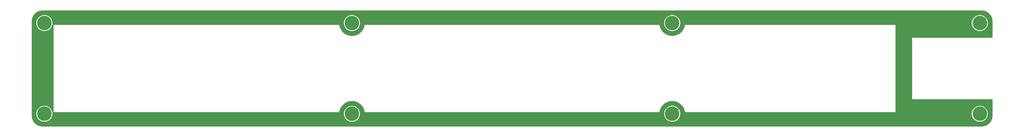
<source format=gbr>
%TF.GenerationSoftware,KiCad,Pcbnew,7.0.2-0*%
%TF.CreationDate,2023-05-18T01:15:54+02:00*%
%TF.ProjectId,LD,4c442e6b-6963-4616-945f-706362585858,rev?*%
%TF.SameCoordinates,PXfd9f08PY7735940*%
%TF.FileFunction,Copper,L1,Top*%
%TF.FilePolarity,Positive*%
%FSLAX46Y46*%
G04 Gerber Fmt 4.6, Leading zero omitted, Abs format (unit mm)*
G04 Created by KiCad (PCBNEW 7.0.2-0) date 2023-05-18 01:15:54*
%MOMM*%
%LPD*%
G01*
G04 APERTURE LIST*
%TA.AperFunction,ComponentPad*%
%ADD10C,4.000000*%
%TD*%
G04 APERTURE END LIST*
D10*
%TO.P,REF\u002A\u002A,*%
%TO.N,*%
X3500000Y28500000D03*
X3500000Y3500000D03*
X88000000Y28500000D03*
X88000000Y3500000D03*
X176000000Y28500000D03*
X176000000Y3528700D03*
X260500000Y28500000D03*
X260500000Y3500000D03*
%TD*%
%TA.AperFunction,NonConductor*%
G36*
X261001926Y31999400D02*
G01*
X261133863Y31992484D01*
X261316396Y31982232D01*
X261323803Y31981440D01*
X261475994Y31957334D01*
X261637583Y31929878D01*
X261644309Y31928409D01*
X261797007Y31887493D01*
X261951171Y31843078D01*
X261957173Y31841065D01*
X262105567Y31784102D01*
X262107300Y31783410D01*
X262253477Y31722861D01*
X262258731Y31720440D01*
X262343722Y31677134D01*
X262401031Y31647933D01*
X262403230Y31646766D01*
X262540974Y31570638D01*
X262545483Y31567932D01*
X262679810Y31480698D01*
X262682328Y31478988D01*
X262810284Y31388197D01*
X262814032Y31385355D01*
X262938716Y31284388D01*
X262941456Y31282056D01*
X263058275Y31177660D01*
X263061291Y31174809D01*
X263174816Y31061283D01*
X263177667Y31058267D01*
X263282024Y30941492D01*
X263284356Y30938751D01*
X263385383Y30813992D01*
X263388225Y30810245D01*
X263478901Y30682450D01*
X263480612Y30679931D01*
X263567987Y30545385D01*
X263570691Y30540877D01*
X263646622Y30403491D01*
X263647791Y30401291D01*
X263720479Y30258630D01*
X263722911Y30253354D01*
X263783234Y30107722D01*
X263783952Y30105922D01*
X263841098Y29957051D01*
X263843121Y29951018D01*
X263887291Y29797701D01*
X263928433Y29644159D01*
X263929907Y29637408D01*
X263957103Y29477348D01*
X263981446Y29323649D01*
X263982241Y29316224D01*
X263992216Y29138607D01*
X263999399Y29001530D01*
X263999500Y28997689D01*
X263999500Y24524500D01*
X263982187Y24476934D01*
X263938350Y24451624D01*
X263925500Y24450500D01*
X241914816Y24450500D01*
X241914610Y24450541D01*
X241900000Y24450541D01*
X241899901Y24450500D01*
X241899617Y24450384D01*
X241899458Y24450000D01*
X241899468Y24435339D01*
X241899500Y24435184D01*
X241899500Y7564682D01*
X241899433Y7564344D01*
X241899459Y7550000D01*
X241899500Y7549901D01*
X241899616Y7549618D01*
X241899617Y7549617D01*
X241900000Y7549459D01*
X241914660Y7549469D01*
X241914817Y7549500D01*
X263925500Y7549500D01*
X263973066Y7532187D01*
X263998376Y7488350D01*
X263999500Y7475500D01*
X263999500Y3001947D01*
X263999399Y2998074D01*
X263992509Y2866624D01*
X263982230Y2683591D01*
X263981435Y2676165D01*
X263957398Y2524392D01*
X263929872Y2362386D01*
X263928397Y2355632D01*
X263887589Y2203332D01*
X263843057Y2048759D01*
X263841036Y2042732D01*
X263784241Y1894777D01*
X263783523Y1892977D01*
X263722815Y1746416D01*
X263720383Y1741140D01*
X263648085Y1599246D01*
X263646917Y1597046D01*
X263570551Y1458871D01*
X263567846Y1454363D01*
X263480892Y1320465D01*
X263479181Y1317946D01*
X263388042Y1189499D01*
X263385200Y1185752D01*
X263284635Y1061562D01*
X263282303Y1058821D01*
X263177424Y941462D01*
X263174573Y938446D01*
X263061565Y825437D01*
X263058548Y822585D01*
X262941141Y717665D01*
X262938402Y715334D01*
X262814292Y614831D01*
X262810544Y611989D01*
X262681936Y520735D01*
X262679417Y519024D01*
X262545723Y432202D01*
X262541215Y429497D01*
X262402718Y352953D01*
X262400519Y351786D01*
X262258978Y279666D01*
X262253701Y277233D01*
X262106622Y216311D01*
X262104823Y215593D01*
X261957411Y159006D01*
X261951377Y156983D01*
X261795943Y112202D01*
X261644533Y71631D01*
X261637782Y70157D01*
X261474144Y42353D01*
X261324012Y18575D01*
X261316587Y17780D01*
X261128289Y7205D01*
X261002304Y601D01*
X260998431Y500D01*
X3001946Y500D01*
X2998073Y601D01*
X2866617Y7491D01*
X2683589Y17770D01*
X2676163Y18565D01*
X2524369Y42606D01*
X2362395Y70126D01*
X2355639Y71601D01*
X2203297Y112421D01*
X2048769Y156941D01*
X2042742Y158962D01*
X1894724Y215780D01*
X1892925Y216498D01*
X1746432Y277177D01*
X1741154Y279610D01*
X1599197Y351942D01*
X1596998Y353109D01*
X1458907Y429428D01*
X1454399Y432133D01*
X1320396Y519156D01*
X1317877Y520867D01*
X1189560Y611914D01*
X1185812Y614756D01*
X1061488Y715431D01*
X1058748Y717762D01*
X941531Y822513D01*
X938515Y825365D01*
X825363Y938517D01*
X822511Y941533D01*
X717760Y1058750D01*
X715429Y1061490D01*
X614754Y1185814D01*
X611912Y1189562D01*
X537144Y1294936D01*
X520858Y1317889D01*
X519154Y1320398D01*
X432122Y1454416D01*
X429436Y1458892D01*
X353107Y1597000D01*
X351940Y1599199D01*
X325221Y1651636D01*
X279602Y1741168D01*
X277180Y1746422D01*
X216476Y1892977D01*
X215778Y1894726D01*
X215758Y1894777D01*
X158959Y2042745D01*
X156938Y2048774D01*
X112411Y2203332D01*
X71596Y2355654D01*
X70132Y2362356D01*
X42611Y2524334D01*
X18561Y2676178D01*
X17769Y2683573D01*
X7503Y2866372D01*
X601Y2998074D01*
X500Y3001946D01*
X500Y3500000D01*
X1294778Y3500000D01*
X1313644Y3212161D01*
X1369919Y2929247D01*
X1370693Y2926965D01*
X1370695Y2926960D01*
X1453308Y2683591D01*
X1462641Y2656098D01*
X1463710Y2653930D01*
X1463711Y2653928D01*
X1589150Y2399561D01*
X1589156Y2399551D01*
X1590222Y2397389D01*
X1591566Y2395377D01*
X1591567Y2395376D01*
X1749137Y2159555D01*
X1749141Y2159549D01*
X1750480Y2157546D01*
X1752067Y2155736D01*
X1752072Y2155730D01*
X1851169Y2042732D01*
X1940673Y1940673D01*
X1942493Y1939077D01*
X2155729Y1752073D01*
X2155733Y1752070D01*
X2157546Y1750480D01*
X2397389Y1590222D01*
X2399555Y1589154D01*
X2399560Y1589151D01*
X2526743Y1526432D01*
X2656098Y1462641D01*
X2929247Y1369919D01*
X3212161Y1313644D01*
X3500000Y1294778D01*
X3787839Y1313644D01*
X4070753Y1369919D01*
X4343902Y1462641D01*
X4602611Y1590222D01*
X4842454Y1750480D01*
X5059327Y1940673D01*
X5249520Y2157546D01*
X5409778Y2397389D01*
X5537359Y2656098D01*
X5630081Y2929247D01*
X5686356Y3212161D01*
X5705222Y3500000D01*
X85794778Y3500000D01*
X85813644Y3212161D01*
X85869919Y2929247D01*
X85870693Y2926965D01*
X85870695Y2926960D01*
X85953308Y2683591D01*
X85962641Y2656098D01*
X85963710Y2653930D01*
X85963711Y2653928D01*
X86089150Y2399561D01*
X86089156Y2399551D01*
X86090222Y2397389D01*
X86091566Y2395377D01*
X86091567Y2395376D01*
X86249137Y2159555D01*
X86249141Y2159549D01*
X86250480Y2157546D01*
X86252067Y2155736D01*
X86252072Y2155730D01*
X86351169Y2042732D01*
X86440673Y1940673D01*
X86442493Y1939077D01*
X86655729Y1752073D01*
X86655733Y1752070D01*
X86657546Y1750480D01*
X86897389Y1590222D01*
X86899555Y1589154D01*
X86899560Y1589151D01*
X87026743Y1526432D01*
X87156098Y1462641D01*
X87429247Y1369919D01*
X87712161Y1313644D01*
X88000000Y1294778D01*
X88287839Y1313644D01*
X88570753Y1369919D01*
X88843902Y1462641D01*
X89102611Y1590222D01*
X89342454Y1750480D01*
X89559327Y1940673D01*
X89749520Y2157546D01*
X89909778Y2397389D01*
X90037359Y2656098D01*
X90130081Y2929247D01*
X90186356Y3212161D01*
X90205222Y3500000D01*
X90203341Y3528700D01*
X173794778Y3528700D01*
X173813644Y3240861D01*
X173869919Y2957947D01*
X173870693Y2955665D01*
X173870695Y2955660D01*
X173900919Y2866624D01*
X173962641Y2684798D01*
X173963710Y2682630D01*
X173963711Y2682628D01*
X174089150Y2428261D01*
X174089156Y2428251D01*
X174090222Y2426089D01*
X174091566Y2424077D01*
X174091567Y2424076D01*
X174249137Y2188255D01*
X174249141Y2188249D01*
X174250480Y2186246D01*
X174252067Y2184436D01*
X174252072Y2184430D01*
X174371040Y2048774D01*
X174440673Y1969373D01*
X174442493Y1967777D01*
X174655729Y1780773D01*
X174655733Y1780770D01*
X174657546Y1779180D01*
X174659551Y1777841D01*
X174659554Y1777838D01*
X174702507Y1749138D01*
X174897389Y1618922D01*
X174899555Y1617854D01*
X174899560Y1617851D01*
X175026743Y1555132D01*
X175156098Y1491341D01*
X175429247Y1398619D01*
X175712161Y1342344D01*
X176000000Y1323478D01*
X176287839Y1342344D01*
X176570753Y1398619D01*
X176843902Y1491341D01*
X177102611Y1618922D01*
X177342454Y1779180D01*
X177559327Y1969373D01*
X177749520Y2186246D01*
X177909778Y2426089D01*
X178037359Y2684798D01*
X178130081Y2957947D01*
X178186356Y3240861D01*
X178203341Y3500000D01*
X258294778Y3500000D01*
X258313644Y3212161D01*
X258369919Y2929247D01*
X258370693Y2926965D01*
X258370695Y2926960D01*
X258453308Y2683591D01*
X258462641Y2656098D01*
X258463710Y2653930D01*
X258463711Y2653928D01*
X258589150Y2399561D01*
X258589156Y2399551D01*
X258590222Y2397389D01*
X258591566Y2395377D01*
X258591567Y2395376D01*
X258749137Y2159555D01*
X258749141Y2159549D01*
X258750480Y2157546D01*
X258752067Y2155736D01*
X258752072Y2155730D01*
X258851169Y2042732D01*
X258940673Y1940673D01*
X258942493Y1939077D01*
X259155729Y1752073D01*
X259155733Y1752070D01*
X259157546Y1750480D01*
X259397389Y1590222D01*
X259399555Y1589154D01*
X259399560Y1589151D01*
X259526743Y1526432D01*
X259656098Y1462641D01*
X259929247Y1369919D01*
X260212161Y1313644D01*
X260500000Y1294778D01*
X260787839Y1313644D01*
X261070753Y1369919D01*
X261343902Y1462641D01*
X261602611Y1590222D01*
X261842454Y1750480D01*
X262059327Y1940673D01*
X262249520Y2157546D01*
X262409778Y2397389D01*
X262537359Y2656098D01*
X262630081Y2929247D01*
X262686356Y3212161D01*
X262705222Y3500000D01*
X262686356Y3787839D01*
X262630081Y4070753D01*
X262537359Y4343902D01*
X262473568Y4473257D01*
X262410849Y4600440D01*
X262410846Y4600445D01*
X262409778Y4602611D01*
X262249520Y4842454D01*
X262222757Y4872971D01*
X262060923Y5057507D01*
X262059327Y5059327D01*
X262024780Y5089624D01*
X261844270Y5247928D01*
X261844264Y5247933D01*
X261842454Y5249520D01*
X261840451Y5250859D01*
X261840445Y5250863D01*
X261604624Y5408433D01*
X261604623Y5408434D01*
X261602611Y5409778D01*
X261600449Y5410844D01*
X261600439Y5410850D01*
X261346072Y5536289D01*
X261346070Y5536290D01*
X261343902Y5537359D01*
X261341615Y5538136D01*
X261341611Y5538137D01*
X261073040Y5629305D01*
X261073035Y5629307D01*
X261070753Y5630081D01*
X260992779Y5645591D01*
X260790208Y5685885D01*
X260790204Y5685886D01*
X260787839Y5686356D01*
X260785435Y5686514D01*
X260785432Y5686514D01*
X260502411Y5705064D01*
X260500000Y5705222D01*
X260497589Y5705064D01*
X260214567Y5686514D01*
X260214562Y5686514D01*
X260212161Y5686356D01*
X260209797Y5685886D01*
X260209791Y5685885D01*
X259931619Y5630553D01*
X259931616Y5630553D01*
X259929247Y5630081D01*
X259926968Y5629308D01*
X259926959Y5629305D01*
X259658388Y5538137D01*
X259658379Y5538134D01*
X259656098Y5537359D01*
X259653934Y5536293D01*
X259653927Y5536289D01*
X259399560Y5410850D01*
X259399543Y5410841D01*
X259397389Y5409778D01*
X259395382Y5408438D01*
X259395375Y5408433D01*
X259159554Y5250863D01*
X259159540Y5250853D01*
X259157546Y5249520D01*
X259155742Y5247939D01*
X259155729Y5247928D01*
X258942493Y5060924D01*
X258942485Y5060917D01*
X258940673Y5059327D01*
X258939083Y5057515D01*
X258939076Y5057507D01*
X258752072Y4844271D01*
X258752061Y4844258D01*
X258750480Y4842454D01*
X258749147Y4840460D01*
X258749137Y4840446D01*
X258591567Y4604625D01*
X258591562Y4604618D01*
X258590222Y4602611D01*
X258589159Y4600457D01*
X258589150Y4600440D01*
X258463711Y4346073D01*
X258463707Y4346066D01*
X258462641Y4343902D01*
X258461866Y4341621D01*
X258461863Y4341612D01*
X258370695Y4073041D01*
X258370692Y4073032D01*
X258369919Y4070753D01*
X258369447Y4068384D01*
X258369447Y4068381D01*
X258319353Y3816539D01*
X258313644Y3787839D01*
X258294778Y3500000D01*
X178203341Y3500000D01*
X178205222Y3528700D01*
X178186356Y3816539D01*
X178130081Y4099453D01*
X178037359Y4372602D01*
X177960053Y4529364D01*
X177910849Y4629140D01*
X177910846Y4629145D01*
X177909778Y4631311D01*
X177830868Y4749407D01*
X177750862Y4869146D01*
X177750859Y4869149D01*
X177749520Y4871154D01*
X177728183Y4895484D01*
X177560923Y5086207D01*
X177559327Y5088027D01*
X177408253Y5220516D01*
X177344270Y5276628D01*
X177344264Y5276633D01*
X177342454Y5278220D01*
X177340451Y5279559D01*
X177340445Y5279563D01*
X177104624Y5437133D01*
X177104623Y5437134D01*
X177102611Y5438478D01*
X177100449Y5439544D01*
X177100439Y5439550D01*
X176846072Y5564989D01*
X176846070Y5564990D01*
X176843902Y5566059D01*
X176841615Y5566836D01*
X176841611Y5566837D01*
X176573040Y5658005D01*
X176573035Y5658007D01*
X176570753Y5658781D01*
X176431330Y5686514D01*
X176290208Y5714585D01*
X176290204Y5714586D01*
X176287839Y5715056D01*
X176285435Y5715214D01*
X176285432Y5715214D01*
X176002411Y5733764D01*
X176000000Y5733922D01*
X175997589Y5733764D01*
X175714567Y5715214D01*
X175714562Y5715214D01*
X175712161Y5715056D01*
X175709797Y5714586D01*
X175709791Y5714585D01*
X175431619Y5659253D01*
X175431616Y5659253D01*
X175429247Y5658781D01*
X175426968Y5658008D01*
X175426959Y5658005D01*
X175158388Y5566837D01*
X175158379Y5566834D01*
X175156098Y5566059D01*
X175153934Y5564993D01*
X175153927Y5564989D01*
X174899560Y5439550D01*
X174899543Y5439541D01*
X174897389Y5438478D01*
X174895382Y5437138D01*
X174895375Y5437133D01*
X174659554Y5279563D01*
X174659540Y5279553D01*
X174657546Y5278220D01*
X174655742Y5276639D01*
X174655729Y5276628D01*
X174442493Y5089624D01*
X174442485Y5089617D01*
X174440673Y5088027D01*
X174439083Y5086215D01*
X174439076Y5086207D01*
X174252072Y4872971D01*
X174252061Y4872958D01*
X174250480Y4871154D01*
X174249147Y4869160D01*
X174249137Y4869146D01*
X174091567Y4633325D01*
X174091562Y4633318D01*
X174090222Y4631311D01*
X174089159Y4629157D01*
X174089150Y4629140D01*
X173963711Y4374773D01*
X173963707Y4374766D01*
X173962641Y4372602D01*
X173961866Y4370321D01*
X173961863Y4370312D01*
X173870695Y4101741D01*
X173870692Y4101732D01*
X173869919Y4099453D01*
X173869447Y4097084D01*
X173869447Y4097081D01*
X173849962Y3999121D01*
X173813644Y3816539D01*
X173794778Y3528700D01*
X90203341Y3528700D01*
X90186356Y3787839D01*
X90130081Y4070753D01*
X90037359Y4343902D01*
X89973568Y4473257D01*
X89910849Y4600440D01*
X89910846Y4600445D01*
X89909778Y4602611D01*
X89749520Y4842454D01*
X89722757Y4872971D01*
X89560923Y5057507D01*
X89559327Y5059327D01*
X89524780Y5089624D01*
X89344270Y5247928D01*
X89344264Y5247933D01*
X89342454Y5249520D01*
X89340451Y5250859D01*
X89340445Y5250863D01*
X89104624Y5408433D01*
X89104623Y5408434D01*
X89102611Y5409778D01*
X89100449Y5410844D01*
X89100439Y5410850D01*
X88846072Y5536289D01*
X88846070Y5536290D01*
X88843902Y5537359D01*
X88841615Y5538136D01*
X88841611Y5538137D01*
X88573040Y5629305D01*
X88573035Y5629307D01*
X88570753Y5630081D01*
X88492779Y5645591D01*
X88290208Y5685885D01*
X88290204Y5685886D01*
X88287839Y5686356D01*
X88285435Y5686514D01*
X88285432Y5686514D01*
X88002411Y5705064D01*
X88000000Y5705222D01*
X87997589Y5705064D01*
X87714567Y5686514D01*
X87714562Y5686514D01*
X87712161Y5686356D01*
X87709797Y5685886D01*
X87709791Y5685885D01*
X87431619Y5630553D01*
X87431616Y5630553D01*
X87429247Y5630081D01*
X87426968Y5629308D01*
X87426959Y5629305D01*
X87158388Y5538137D01*
X87158379Y5538134D01*
X87156098Y5537359D01*
X87153934Y5536293D01*
X87153927Y5536289D01*
X86899560Y5410850D01*
X86899543Y5410841D01*
X86897389Y5409778D01*
X86895382Y5408438D01*
X86895375Y5408433D01*
X86659554Y5250863D01*
X86659540Y5250853D01*
X86657546Y5249520D01*
X86655742Y5247939D01*
X86655729Y5247928D01*
X86442493Y5060924D01*
X86442485Y5060917D01*
X86440673Y5059327D01*
X86439083Y5057515D01*
X86439076Y5057507D01*
X86252072Y4844271D01*
X86252061Y4844258D01*
X86250480Y4842454D01*
X86249147Y4840460D01*
X86249137Y4840446D01*
X86091567Y4604625D01*
X86091562Y4604618D01*
X86090222Y4602611D01*
X86089159Y4600457D01*
X86089150Y4600440D01*
X85963711Y4346073D01*
X85963707Y4346066D01*
X85962641Y4343902D01*
X85961866Y4341621D01*
X85961863Y4341612D01*
X85870695Y4073041D01*
X85870692Y4073032D01*
X85869919Y4070753D01*
X85869447Y4068384D01*
X85869447Y4068381D01*
X85819353Y3816539D01*
X85813644Y3787839D01*
X85794778Y3500000D01*
X5705222Y3500000D01*
X5686356Y3787839D01*
X5641301Y4014344D01*
X5999433Y4014344D01*
X5999459Y4000000D01*
X5999500Y3999901D01*
X5999616Y3999618D01*
X5999617Y3999617D01*
X6000000Y3999459D01*
X6014660Y3999469D01*
X6014817Y3999500D01*
X84494681Y3999500D01*
X84500003Y3999121D01*
X84500421Y3999435D01*
X84500424Y3999434D01*
X84500424Y3999437D01*
X84501252Y4000057D01*
X84501941Y4007332D01*
X84551307Y4260023D01*
X84569458Y4352008D01*
X84571237Y4359128D01*
X84632909Y4562090D01*
X84676708Y4703343D01*
X84679129Y4709999D01*
X84756962Y4895614D01*
X84819829Y5041649D01*
X84822793Y5047742D01*
X84916993Y5220534D01*
X84997253Y5363231D01*
X85000688Y5368749D01*
X85110667Y5529095D01*
X85207057Y5664629D01*
X85210881Y5669548D01*
X85335293Y5816284D01*
X85336089Y5817203D01*
X85446976Y5942607D01*
X85451123Y5946928D01*
X85589006Y6079426D01*
X85590165Y6080513D01*
X85714440Y6194194D01*
X85718758Y6197848D01*
X85868885Y6315186D01*
X85870348Y6316296D01*
X86006517Y6416640D01*
X86010933Y6419649D01*
X86171743Y6520772D01*
X86173664Y6521938D01*
X86320055Y6607558D01*
X86324554Y6609982D01*
X86494480Y6694021D01*
X86496674Y6695058D01*
X86651701Y6764917D01*
X86656140Y6766744D01*
X86833456Y6832924D01*
X86836039Y6833831D01*
X86997822Y6887002D01*
X87002175Y6888283D01*
X87185040Y6935983D01*
X87188142Y6936720D01*
X87354690Y6972513D01*
X87358907Y6973291D01*
X87545585Y7002096D01*
X87548928Y7002532D01*
X87718513Y7020548D01*
X87722434Y7020857D01*
X87911014Y7030489D01*
X87914787Y7030584D01*
X88085213Y7030584D01*
X88088985Y7030489D01*
X88277559Y7020857D01*
X88281492Y7020548D01*
X88451061Y7002533D01*
X88454425Y7002094D01*
X88641080Y6973293D01*
X88645321Y6972511D01*
X88744613Y6951172D01*
X88811842Y6936723D01*
X88814971Y6935979D01*
X88853446Y6925943D01*
X88997807Y6888287D01*
X89002194Y6886996D01*
X89163929Y6833841D01*
X89166575Y6832912D01*
X89343837Y6766752D01*
X89348319Y6764908D01*
X89503282Y6695077D01*
X89505564Y6693999D01*
X89675416Y6609996D01*
X89679971Y6607542D01*
X89826280Y6521970D01*
X89828312Y6520737D01*
X89989040Y6419666D01*
X89993507Y6416621D01*
X90129582Y6316347D01*
X90131183Y6315132D01*
X90281210Y6197872D01*
X90285584Y6194172D01*
X90409751Y6080588D01*
X90411055Y6079366D01*
X90548875Y5946928D01*
X90553037Y5942590D01*
X90663804Y5817324D01*
X90664811Y5816161D01*
X90789104Y5669564D01*
X90792965Y5664596D01*
X90889332Y5529095D01*
X90999300Y5368765D01*
X91002763Y5363200D01*
X91083016Y5220516D01*
X91177188Y5047774D01*
X91180184Y5041616D01*
X91243053Y4895576D01*
X91320861Y4710020D01*
X91323297Y4703321D01*
X91367142Y4561918D01*
X91428755Y4359151D01*
X91430547Y4351979D01*
X91448708Y4259941D01*
X91498092Y4007156D01*
X91498785Y4000025D01*
X91499995Y3999121D01*
X91505318Y3999500D01*
X172494681Y3999500D01*
X172500003Y3999121D01*
X172500421Y3999435D01*
X172500424Y3999434D01*
X172500424Y3999437D01*
X172501252Y4000057D01*
X172501941Y4007332D01*
X172551307Y4260023D01*
X172569458Y4352008D01*
X172571237Y4359128D01*
X172632909Y4562090D01*
X172676708Y4703343D01*
X172679129Y4709999D01*
X172756962Y4895614D01*
X172819829Y5041649D01*
X172822793Y5047742D01*
X172916993Y5220534D01*
X172997253Y5363231D01*
X173000688Y5368749D01*
X173110667Y5529095D01*
X173207057Y5664629D01*
X173210881Y5669548D01*
X173335293Y5816284D01*
X173336089Y5817203D01*
X173446976Y5942607D01*
X173451123Y5946928D01*
X173589006Y6079426D01*
X173590165Y6080513D01*
X173714440Y6194194D01*
X173718758Y6197848D01*
X173868885Y6315186D01*
X173870348Y6316296D01*
X174006517Y6416640D01*
X174010933Y6419649D01*
X174171743Y6520772D01*
X174173664Y6521938D01*
X174320055Y6607558D01*
X174324554Y6609982D01*
X174494480Y6694021D01*
X174496674Y6695058D01*
X174651701Y6764917D01*
X174656140Y6766744D01*
X174833456Y6832924D01*
X174836039Y6833831D01*
X174997822Y6887002D01*
X175002175Y6888283D01*
X175185040Y6935983D01*
X175188142Y6936720D01*
X175354690Y6972513D01*
X175358907Y6973291D01*
X175545585Y7002096D01*
X175548928Y7002532D01*
X175718513Y7020548D01*
X175722434Y7020857D01*
X175911014Y7030489D01*
X175914787Y7030584D01*
X176085213Y7030584D01*
X176088985Y7030489D01*
X176277559Y7020857D01*
X176281492Y7020548D01*
X176451061Y7002533D01*
X176454425Y7002094D01*
X176641080Y6973293D01*
X176645321Y6972511D01*
X176744613Y6951172D01*
X176811842Y6936723D01*
X176814971Y6935979D01*
X176853446Y6925943D01*
X176997807Y6888287D01*
X177002194Y6886996D01*
X177163929Y6833841D01*
X177166575Y6832912D01*
X177343837Y6766752D01*
X177348319Y6764908D01*
X177503282Y6695077D01*
X177505564Y6693999D01*
X177675416Y6609996D01*
X177679971Y6607542D01*
X177826280Y6521970D01*
X177828312Y6520737D01*
X177989040Y6419666D01*
X177993507Y6416621D01*
X178129582Y6316347D01*
X178131183Y6315132D01*
X178281210Y6197872D01*
X178285584Y6194172D01*
X178409751Y6080588D01*
X178411055Y6079366D01*
X178548875Y5946928D01*
X178553037Y5942590D01*
X178663804Y5817324D01*
X178664811Y5816161D01*
X178789104Y5669564D01*
X178792965Y5664596D01*
X178889332Y5529095D01*
X178999300Y5368765D01*
X179002763Y5363200D01*
X179083016Y5220516D01*
X179177188Y5047774D01*
X179180184Y5041616D01*
X179243053Y4895576D01*
X179320861Y4710020D01*
X179323297Y4703321D01*
X179367142Y4561918D01*
X179428755Y4359151D01*
X179430547Y4351979D01*
X179448708Y4259941D01*
X179498092Y4007156D01*
X179498785Y4000025D01*
X179499995Y3999121D01*
X179505318Y3999500D01*
X237285183Y3999500D01*
X237285339Y3999469D01*
X237299999Y3999459D01*
X237299999Y3999460D01*
X237300000Y3999459D01*
X237300383Y3999617D01*
X237300500Y3999901D01*
X237300541Y4000000D01*
X237300540Y4000002D01*
X237300541Y4000002D01*
X237300566Y4014344D01*
X237300500Y4014682D01*
X237300500Y27985184D01*
X237300531Y27985339D01*
X237300541Y28000000D01*
X237300383Y28000383D01*
X237300224Y28000449D01*
X237299999Y28000542D01*
X237285339Y28000532D01*
X237285183Y28000500D01*
X179505318Y28000500D01*
X179499996Y28000880D01*
X179498749Y27999948D01*
X179498059Y27992679D01*
X179448703Y27740034D01*
X179430547Y27648023D01*
X179428752Y27640841D01*
X179367155Y27438122D01*
X179367143Y27438083D01*
X179323298Y27296682D01*
X179320861Y27289982D01*
X179243053Y27104425D01*
X179180185Y26958386D01*
X179177188Y26952228D01*
X179083016Y26779485D01*
X179002763Y26636802D01*
X178999292Y26631226D01*
X178889336Y26470911D01*
X178792963Y26335404D01*
X178789105Y26330440D01*
X178664811Y26183841D01*
X178663804Y26182678D01*
X178553037Y26057412D01*
X178548875Y26053074D01*
X178411055Y25920636D01*
X178409728Y25919392D01*
X178285587Y25805833D01*
X178281210Y25802130D01*
X178131217Y25684896D01*
X178129546Y25683628D01*
X177993526Y25583394D01*
X177989019Y25580322D01*
X177828312Y25479265D01*
X177826280Y25478032D01*
X177679971Y25392460D01*
X177675416Y25390006D01*
X177505623Y25306031D01*
X177503220Y25304896D01*
X177348340Y25235103D01*
X177343814Y25233241D01*
X177166638Y25167112D01*
X177163866Y25166139D01*
X177002217Y25113013D01*
X176997790Y25111710D01*
X176814971Y25064023D01*
X176811842Y25063279D01*
X176645327Y25027493D01*
X176641064Y25026707D01*
X176454476Y24997915D01*
X176451009Y24997463D01*
X176281548Y24979459D01*
X176277505Y24979141D01*
X176108098Y24970489D01*
X176088985Y24969512D01*
X176085212Y24969416D01*
X175914788Y24969416D01*
X175911014Y24969512D01*
X175884976Y24970842D01*
X175722493Y24979141D01*
X175718450Y24979459D01*
X175548989Y24997463D01*
X175545522Y24997915D01*
X175358934Y25026707D01*
X175354671Y25027493D01*
X175188156Y25063279D01*
X175185027Y25064023D01*
X175002208Y25111710D01*
X174997781Y25113013D01*
X174836132Y25166139D01*
X174833360Y25167112D01*
X174656184Y25233241D01*
X174651658Y25235103D01*
X174566525Y25273466D01*
X174496766Y25304902D01*
X174494388Y25306025D01*
X174448157Y25328889D01*
X174324582Y25390006D01*
X174320027Y25392460D01*
X174173718Y25478032D01*
X174171686Y25479265D01*
X174065854Y25545815D01*
X174010971Y25580328D01*
X174006481Y25583388D01*
X173870439Y25683638D01*
X173868781Y25684896D01*
X173836141Y25710407D01*
X173718788Y25802130D01*
X173714411Y25805833D01*
X173590270Y25919392D01*
X173588943Y25920636D01*
X173451123Y26053074D01*
X173446961Y26057412D01*
X173336194Y26182678D01*
X173335187Y26183841D01*
X173210894Y26330438D01*
X173207033Y26335406D01*
X173181935Y26370696D01*
X173110651Y26470929D01*
X173092512Y26497375D01*
X173000691Y26631248D01*
X172997235Y26636802D01*
X172916983Y26779485D01*
X172822807Y26952234D01*
X172819814Y26958386D01*
X172756959Y27104394D01*
X172679134Y27289989D01*
X172676701Y27296681D01*
X172646099Y27395376D01*
X172632845Y27438122D01*
X172571239Y27640869D01*
X172569452Y27648023D01*
X172551296Y27740034D01*
X172501975Y27992492D01*
X172501290Y27999918D01*
X172500005Y28000880D01*
X172494681Y28000500D01*
X91505318Y28000500D01*
X91499996Y28000880D01*
X91498749Y27999948D01*
X91498059Y27992679D01*
X91448703Y27740034D01*
X91430547Y27648023D01*
X91428752Y27640841D01*
X91367155Y27438122D01*
X91367143Y27438083D01*
X91323298Y27296682D01*
X91320861Y27289982D01*
X91243053Y27104425D01*
X91180185Y26958386D01*
X91177188Y26952228D01*
X91083016Y26779485D01*
X91002763Y26636802D01*
X90999292Y26631226D01*
X90889336Y26470911D01*
X90792963Y26335404D01*
X90789105Y26330440D01*
X90664811Y26183841D01*
X90663804Y26182678D01*
X90553037Y26057412D01*
X90548875Y26053074D01*
X90411055Y25920636D01*
X90409728Y25919392D01*
X90285587Y25805833D01*
X90281210Y25802130D01*
X90131217Y25684896D01*
X90129546Y25683628D01*
X89993526Y25583394D01*
X89989019Y25580322D01*
X89828312Y25479265D01*
X89826280Y25478032D01*
X89679971Y25392460D01*
X89675416Y25390006D01*
X89505623Y25306031D01*
X89503220Y25304896D01*
X89348340Y25235103D01*
X89343814Y25233241D01*
X89166638Y25167112D01*
X89163866Y25166139D01*
X89002217Y25113013D01*
X88997790Y25111710D01*
X88814971Y25064023D01*
X88811842Y25063279D01*
X88645327Y25027493D01*
X88641064Y25026707D01*
X88454476Y24997915D01*
X88451009Y24997463D01*
X88281548Y24979459D01*
X88277505Y24979141D01*
X88108098Y24970489D01*
X88088985Y24969512D01*
X88085212Y24969416D01*
X87914788Y24969416D01*
X87911014Y24969512D01*
X87884976Y24970842D01*
X87722493Y24979141D01*
X87718450Y24979459D01*
X87548989Y24997463D01*
X87545522Y24997915D01*
X87358934Y25026707D01*
X87354671Y25027493D01*
X87188156Y25063279D01*
X87185027Y25064023D01*
X87002208Y25111710D01*
X86997781Y25113013D01*
X86836132Y25166139D01*
X86833360Y25167112D01*
X86656184Y25233241D01*
X86651658Y25235103D01*
X86566525Y25273466D01*
X86496766Y25304902D01*
X86494388Y25306025D01*
X86448157Y25328889D01*
X86324582Y25390006D01*
X86320027Y25392460D01*
X86173718Y25478032D01*
X86171686Y25479265D01*
X86065854Y25545815D01*
X86010971Y25580328D01*
X86006481Y25583388D01*
X85870439Y25683638D01*
X85868781Y25684896D01*
X85836141Y25710407D01*
X85718788Y25802130D01*
X85714411Y25805833D01*
X85590270Y25919392D01*
X85588943Y25920636D01*
X85451123Y26053074D01*
X85446961Y26057412D01*
X85336194Y26182678D01*
X85335187Y26183841D01*
X85210894Y26330438D01*
X85207033Y26335406D01*
X85181935Y26370696D01*
X85110651Y26470929D01*
X85092512Y26497375D01*
X85000691Y26631248D01*
X84997235Y26636802D01*
X84916983Y26779485D01*
X84822807Y26952234D01*
X84819814Y26958386D01*
X84756959Y27104394D01*
X84679134Y27289989D01*
X84676701Y27296681D01*
X84646099Y27395376D01*
X84632845Y27438122D01*
X84571239Y27640869D01*
X84569452Y27648023D01*
X84551296Y27740034D01*
X84501975Y27992492D01*
X84501290Y27999918D01*
X84500005Y28000880D01*
X84494681Y28000500D01*
X6014817Y28000500D01*
X6014660Y28000532D01*
X6000000Y28000542D01*
X5999617Y28000383D01*
X5999458Y28000000D01*
X5999468Y27985339D01*
X5999500Y27985184D01*
X5999500Y4014682D01*
X5999433Y4014344D01*
X5641301Y4014344D01*
X5630081Y4070753D01*
X5537359Y4343902D01*
X5473568Y4473257D01*
X5410849Y4600440D01*
X5410846Y4600445D01*
X5409778Y4602611D01*
X5249520Y4842454D01*
X5222757Y4872971D01*
X5060923Y5057507D01*
X5059327Y5059327D01*
X5024780Y5089624D01*
X4844270Y5247928D01*
X4844264Y5247933D01*
X4842454Y5249520D01*
X4840451Y5250859D01*
X4840445Y5250863D01*
X4604624Y5408433D01*
X4604623Y5408434D01*
X4602611Y5409778D01*
X4600449Y5410844D01*
X4600439Y5410850D01*
X4346072Y5536289D01*
X4346070Y5536290D01*
X4343902Y5537359D01*
X4341615Y5538136D01*
X4341611Y5538137D01*
X4073040Y5629305D01*
X4073035Y5629307D01*
X4070753Y5630081D01*
X3992779Y5645591D01*
X3790208Y5685885D01*
X3790204Y5685886D01*
X3787839Y5686356D01*
X3785435Y5686514D01*
X3785432Y5686514D01*
X3502411Y5705064D01*
X3500000Y5705222D01*
X3497589Y5705064D01*
X3214567Y5686514D01*
X3214562Y5686514D01*
X3212161Y5686356D01*
X3209797Y5685886D01*
X3209791Y5685885D01*
X2931619Y5630553D01*
X2931616Y5630553D01*
X2929247Y5630081D01*
X2926968Y5629308D01*
X2926959Y5629305D01*
X2658388Y5538137D01*
X2658379Y5538134D01*
X2656098Y5537359D01*
X2653934Y5536293D01*
X2653927Y5536289D01*
X2399560Y5410850D01*
X2399543Y5410841D01*
X2397389Y5409778D01*
X2395382Y5408438D01*
X2395375Y5408433D01*
X2159554Y5250863D01*
X2159540Y5250853D01*
X2157546Y5249520D01*
X2155742Y5247939D01*
X2155729Y5247928D01*
X1942493Y5060924D01*
X1942485Y5060917D01*
X1940673Y5059327D01*
X1939083Y5057515D01*
X1939076Y5057507D01*
X1752072Y4844271D01*
X1752061Y4844258D01*
X1750480Y4842454D01*
X1749147Y4840460D01*
X1749137Y4840446D01*
X1591567Y4604625D01*
X1591562Y4604618D01*
X1590222Y4602611D01*
X1589159Y4600457D01*
X1589150Y4600440D01*
X1463711Y4346073D01*
X1463707Y4346066D01*
X1462641Y4343902D01*
X1461866Y4341621D01*
X1461863Y4341612D01*
X1370695Y4073041D01*
X1370692Y4073032D01*
X1369919Y4070753D01*
X1369447Y4068384D01*
X1369447Y4068381D01*
X1319353Y3816539D01*
X1313644Y3787839D01*
X1294778Y3500000D01*
X500Y3500000D01*
X500Y28500000D01*
X1294778Y28500000D01*
X1313644Y28212161D01*
X1314114Y28209796D01*
X1314115Y28209792D01*
X1355856Y27999948D01*
X1369919Y27929247D01*
X1370693Y27926965D01*
X1370695Y27926960D01*
X1434148Y27740034D01*
X1462641Y27656098D01*
X1463710Y27653930D01*
X1463711Y27653928D01*
X1589150Y27399561D01*
X1589156Y27399551D01*
X1590222Y27397389D01*
X1591566Y27395377D01*
X1591567Y27395376D01*
X1749137Y27159555D01*
X1749141Y27159549D01*
X1750480Y27157546D01*
X1752067Y27155736D01*
X1752072Y27155730D01*
X1939076Y26942494D01*
X1940673Y26940673D01*
X1942493Y26939077D01*
X2155729Y26752073D01*
X2155733Y26752070D01*
X2157546Y26750480D01*
X2397389Y26590222D01*
X2399555Y26589154D01*
X2399560Y26589151D01*
X2526743Y26526432D01*
X2656098Y26462641D01*
X2929247Y26369919D01*
X3212161Y26313644D01*
X3500000Y26294778D01*
X3787839Y26313644D01*
X4070753Y26369919D01*
X4343902Y26462641D01*
X4602611Y26590222D01*
X4842454Y26750480D01*
X5059327Y26940673D01*
X5249520Y27157546D01*
X5409778Y27397389D01*
X5537359Y27656098D01*
X5630081Y27929247D01*
X5686356Y28212161D01*
X5705222Y28500000D01*
X85794778Y28500000D01*
X85813644Y28212161D01*
X85814114Y28209796D01*
X85814115Y28209792D01*
X85855856Y27999948D01*
X85869919Y27929247D01*
X85870693Y27926965D01*
X85870695Y27926960D01*
X85934148Y27740034D01*
X85962641Y27656098D01*
X85963710Y27653930D01*
X85963711Y27653928D01*
X86089150Y27399561D01*
X86089156Y27399551D01*
X86090222Y27397389D01*
X86091566Y27395377D01*
X86091567Y27395376D01*
X86249137Y27159555D01*
X86249141Y27159549D01*
X86250480Y27157546D01*
X86252067Y27155736D01*
X86252072Y27155730D01*
X86439076Y26942494D01*
X86440673Y26940673D01*
X86442493Y26939077D01*
X86655729Y26752073D01*
X86655733Y26752070D01*
X86657546Y26750480D01*
X86897389Y26590222D01*
X86899555Y26589154D01*
X86899560Y26589151D01*
X87026743Y26526432D01*
X87156098Y26462641D01*
X87429247Y26369919D01*
X87712161Y26313644D01*
X88000000Y26294778D01*
X88287839Y26313644D01*
X88570753Y26369919D01*
X88843902Y26462641D01*
X89102611Y26590222D01*
X89342454Y26750480D01*
X89559327Y26940673D01*
X89749520Y27157546D01*
X89909778Y27397389D01*
X90037359Y27656098D01*
X90130081Y27929247D01*
X90186356Y28212161D01*
X90205222Y28500000D01*
X173794778Y28500000D01*
X173813644Y28212161D01*
X173814114Y28209796D01*
X173814115Y28209792D01*
X173855856Y27999948D01*
X173869919Y27929247D01*
X173870693Y27926965D01*
X173870695Y27926960D01*
X173934148Y27740034D01*
X173962641Y27656098D01*
X173963710Y27653930D01*
X173963711Y27653928D01*
X174089150Y27399561D01*
X174089156Y27399551D01*
X174090222Y27397389D01*
X174091566Y27395377D01*
X174091567Y27395376D01*
X174249137Y27159555D01*
X174249141Y27159549D01*
X174250480Y27157546D01*
X174252067Y27155736D01*
X174252072Y27155730D01*
X174439076Y26942494D01*
X174440673Y26940673D01*
X174442493Y26939077D01*
X174655729Y26752073D01*
X174655733Y26752070D01*
X174657546Y26750480D01*
X174897389Y26590222D01*
X174899555Y26589154D01*
X174899560Y26589151D01*
X175026743Y26526432D01*
X175156098Y26462641D01*
X175429247Y26369919D01*
X175712161Y26313644D01*
X176000000Y26294778D01*
X176287839Y26313644D01*
X176570753Y26369919D01*
X176843902Y26462641D01*
X177102611Y26590222D01*
X177342454Y26750480D01*
X177559327Y26940673D01*
X177749520Y27157546D01*
X177909778Y27397389D01*
X178037359Y27656098D01*
X178130081Y27929247D01*
X178186356Y28212161D01*
X178205222Y28500000D01*
X258294778Y28500000D01*
X258313644Y28212161D01*
X258314114Y28209796D01*
X258314115Y28209792D01*
X258355856Y27999948D01*
X258369919Y27929247D01*
X258370693Y27926965D01*
X258370695Y27926960D01*
X258434148Y27740034D01*
X258462641Y27656098D01*
X258463710Y27653930D01*
X258463711Y27653928D01*
X258589150Y27399561D01*
X258589156Y27399551D01*
X258590222Y27397389D01*
X258591566Y27395377D01*
X258591567Y27395376D01*
X258749137Y27159555D01*
X258749141Y27159549D01*
X258750480Y27157546D01*
X258752067Y27155736D01*
X258752072Y27155730D01*
X258939076Y26942494D01*
X258940673Y26940673D01*
X258942493Y26939077D01*
X259155729Y26752073D01*
X259155733Y26752070D01*
X259157546Y26750480D01*
X259397389Y26590222D01*
X259399555Y26589154D01*
X259399560Y26589151D01*
X259526743Y26526432D01*
X259656098Y26462641D01*
X259929247Y26369919D01*
X260212161Y26313644D01*
X260500000Y26294778D01*
X260787839Y26313644D01*
X261070753Y26369919D01*
X261343902Y26462641D01*
X261602611Y26590222D01*
X261842454Y26750480D01*
X262059327Y26940673D01*
X262249520Y27157546D01*
X262409778Y27397389D01*
X262537359Y27656098D01*
X262630081Y27929247D01*
X262686356Y28212161D01*
X262705222Y28500000D01*
X262686356Y28787839D01*
X262630081Y29070753D01*
X262537359Y29343902D01*
X262409778Y29602611D01*
X262249520Y29842454D01*
X262148839Y29957258D01*
X262060923Y30057507D01*
X262059327Y30059327D01*
X262039450Y30076759D01*
X261844270Y30247928D01*
X261844264Y30247933D01*
X261842454Y30249520D01*
X261840451Y30250859D01*
X261840445Y30250863D01*
X261604624Y30408433D01*
X261604623Y30408434D01*
X261602611Y30409778D01*
X261600449Y30410844D01*
X261600439Y30410850D01*
X261346072Y30536289D01*
X261346070Y30536290D01*
X261343902Y30537359D01*
X261341615Y30538136D01*
X261341611Y30538137D01*
X261073040Y30629305D01*
X261073035Y30629307D01*
X261070753Y30630081D01*
X261047288Y30634749D01*
X260790208Y30685885D01*
X260790204Y30685886D01*
X260787839Y30686356D01*
X260785435Y30686514D01*
X260785432Y30686514D01*
X260502411Y30705064D01*
X260500000Y30705222D01*
X260497589Y30705064D01*
X260214567Y30686514D01*
X260214562Y30686514D01*
X260212161Y30686356D01*
X260209797Y30685886D01*
X260209791Y30685885D01*
X259931619Y30630553D01*
X259931616Y30630553D01*
X259929247Y30630081D01*
X259926968Y30629308D01*
X259926959Y30629305D01*
X259658388Y30538137D01*
X259658379Y30538134D01*
X259656098Y30537359D01*
X259653934Y30536293D01*
X259653927Y30536289D01*
X259399560Y30410850D01*
X259399543Y30410841D01*
X259397389Y30409778D01*
X259395382Y30408438D01*
X259395375Y30408433D01*
X259159554Y30250863D01*
X259159540Y30250853D01*
X259157546Y30249520D01*
X259155742Y30247939D01*
X259155729Y30247928D01*
X258942493Y30060924D01*
X258942485Y30060917D01*
X258940673Y30059327D01*
X258939083Y30057515D01*
X258939076Y30057507D01*
X258752072Y29844271D01*
X258752061Y29844258D01*
X258750480Y29842454D01*
X258749147Y29840460D01*
X258749137Y29840446D01*
X258591567Y29604625D01*
X258591562Y29604618D01*
X258590222Y29602611D01*
X258589159Y29600457D01*
X258589150Y29600440D01*
X258463711Y29346073D01*
X258463707Y29346066D01*
X258462641Y29343902D01*
X258461866Y29341621D01*
X258461863Y29341612D01*
X258370695Y29073041D01*
X258370692Y29073032D01*
X258369919Y29070753D01*
X258369447Y29068384D01*
X258369447Y29068381D01*
X258355386Y28997689D01*
X258313644Y28787839D01*
X258294778Y28500000D01*
X178205222Y28500000D01*
X178186356Y28787839D01*
X178130081Y29070753D01*
X178037359Y29343902D01*
X177909778Y29602611D01*
X177749520Y29842454D01*
X177648839Y29957258D01*
X177560923Y30057507D01*
X177559327Y30059327D01*
X177539450Y30076759D01*
X177344270Y30247928D01*
X177344264Y30247933D01*
X177342454Y30249520D01*
X177340451Y30250859D01*
X177340445Y30250863D01*
X177104624Y30408433D01*
X177104623Y30408434D01*
X177102611Y30409778D01*
X177100449Y30410844D01*
X177100439Y30410850D01*
X176846072Y30536289D01*
X176846070Y30536290D01*
X176843902Y30537359D01*
X176841615Y30538136D01*
X176841611Y30538137D01*
X176573040Y30629305D01*
X176573035Y30629307D01*
X176570753Y30630081D01*
X176547288Y30634749D01*
X176290208Y30685885D01*
X176290204Y30685886D01*
X176287839Y30686356D01*
X176285435Y30686514D01*
X176285432Y30686514D01*
X176002411Y30705064D01*
X176000000Y30705222D01*
X175997589Y30705064D01*
X175714567Y30686514D01*
X175714562Y30686514D01*
X175712161Y30686356D01*
X175709797Y30685886D01*
X175709791Y30685885D01*
X175431619Y30630553D01*
X175431616Y30630553D01*
X175429247Y30630081D01*
X175426968Y30629308D01*
X175426959Y30629305D01*
X175158388Y30538137D01*
X175158379Y30538134D01*
X175156098Y30537359D01*
X175153934Y30536293D01*
X175153927Y30536289D01*
X174899560Y30410850D01*
X174899543Y30410841D01*
X174897389Y30409778D01*
X174895382Y30408438D01*
X174895375Y30408433D01*
X174659554Y30250863D01*
X174659540Y30250853D01*
X174657546Y30249520D01*
X174655742Y30247939D01*
X174655729Y30247928D01*
X174442493Y30060924D01*
X174442485Y30060917D01*
X174440673Y30059327D01*
X174439083Y30057515D01*
X174439076Y30057507D01*
X174252072Y29844271D01*
X174252061Y29844258D01*
X174250480Y29842454D01*
X174249147Y29840460D01*
X174249137Y29840446D01*
X174091567Y29604625D01*
X174091562Y29604618D01*
X174090222Y29602611D01*
X174089159Y29600457D01*
X174089150Y29600440D01*
X173963711Y29346073D01*
X173963707Y29346066D01*
X173962641Y29343902D01*
X173961866Y29341621D01*
X173961863Y29341612D01*
X173870695Y29073041D01*
X173870692Y29073032D01*
X173869919Y29070753D01*
X173869447Y29068384D01*
X173869447Y29068381D01*
X173855386Y28997689D01*
X173813644Y28787839D01*
X173794778Y28500000D01*
X90205222Y28500000D01*
X90186356Y28787839D01*
X90130081Y29070753D01*
X90037359Y29343902D01*
X89909778Y29602611D01*
X89749520Y29842454D01*
X89648839Y29957258D01*
X89560923Y30057507D01*
X89559327Y30059327D01*
X89539450Y30076759D01*
X89344270Y30247928D01*
X89344264Y30247933D01*
X89342454Y30249520D01*
X89340451Y30250859D01*
X89340445Y30250863D01*
X89104624Y30408433D01*
X89104623Y30408434D01*
X89102611Y30409778D01*
X89100449Y30410844D01*
X89100439Y30410850D01*
X88846072Y30536289D01*
X88846070Y30536290D01*
X88843902Y30537359D01*
X88841615Y30538136D01*
X88841611Y30538137D01*
X88573040Y30629305D01*
X88573035Y30629307D01*
X88570753Y30630081D01*
X88547288Y30634749D01*
X88290208Y30685885D01*
X88290204Y30685886D01*
X88287839Y30686356D01*
X88285435Y30686514D01*
X88285432Y30686514D01*
X88002411Y30705064D01*
X88000000Y30705222D01*
X87997589Y30705064D01*
X87714567Y30686514D01*
X87714562Y30686514D01*
X87712161Y30686356D01*
X87709797Y30685886D01*
X87709791Y30685885D01*
X87431619Y30630553D01*
X87431616Y30630553D01*
X87429247Y30630081D01*
X87426968Y30629308D01*
X87426959Y30629305D01*
X87158388Y30538137D01*
X87158379Y30538134D01*
X87156098Y30537359D01*
X87153934Y30536293D01*
X87153927Y30536289D01*
X86899560Y30410850D01*
X86899543Y30410841D01*
X86897389Y30409778D01*
X86895382Y30408438D01*
X86895375Y30408433D01*
X86659554Y30250863D01*
X86659540Y30250853D01*
X86657546Y30249520D01*
X86655742Y30247939D01*
X86655729Y30247928D01*
X86442493Y30060924D01*
X86442485Y30060917D01*
X86440673Y30059327D01*
X86439083Y30057515D01*
X86439076Y30057507D01*
X86252072Y29844271D01*
X86252061Y29844258D01*
X86250480Y29842454D01*
X86249147Y29840460D01*
X86249137Y29840446D01*
X86091567Y29604625D01*
X86091562Y29604618D01*
X86090222Y29602611D01*
X86089159Y29600457D01*
X86089150Y29600440D01*
X85963711Y29346073D01*
X85963707Y29346066D01*
X85962641Y29343902D01*
X85961866Y29341621D01*
X85961863Y29341612D01*
X85870695Y29073041D01*
X85870692Y29073032D01*
X85869919Y29070753D01*
X85869447Y29068384D01*
X85869447Y29068381D01*
X85855386Y28997689D01*
X85813644Y28787839D01*
X85794778Y28500000D01*
X5705222Y28500000D01*
X5686356Y28787839D01*
X5630081Y29070753D01*
X5537359Y29343902D01*
X5409778Y29602611D01*
X5249520Y29842454D01*
X5148839Y29957258D01*
X5060923Y30057507D01*
X5059327Y30059327D01*
X5039450Y30076759D01*
X4844270Y30247928D01*
X4844264Y30247933D01*
X4842454Y30249520D01*
X4840451Y30250859D01*
X4840445Y30250863D01*
X4604624Y30408433D01*
X4604623Y30408434D01*
X4602611Y30409778D01*
X4600449Y30410844D01*
X4600439Y30410850D01*
X4346072Y30536289D01*
X4346070Y30536290D01*
X4343902Y30537359D01*
X4341615Y30538136D01*
X4341611Y30538137D01*
X4073040Y30629305D01*
X4073035Y30629307D01*
X4070753Y30630081D01*
X4047288Y30634749D01*
X3790208Y30685885D01*
X3790204Y30685886D01*
X3787839Y30686356D01*
X3785435Y30686514D01*
X3785432Y30686514D01*
X3502411Y30705064D01*
X3500000Y30705222D01*
X3497589Y30705064D01*
X3214567Y30686514D01*
X3214562Y30686514D01*
X3212161Y30686356D01*
X3209797Y30685886D01*
X3209791Y30685885D01*
X2931619Y30630553D01*
X2931616Y30630553D01*
X2929247Y30630081D01*
X2926968Y30629308D01*
X2926959Y30629305D01*
X2658388Y30538137D01*
X2658379Y30538134D01*
X2656098Y30537359D01*
X2653934Y30536293D01*
X2653927Y30536289D01*
X2399560Y30410850D01*
X2399543Y30410841D01*
X2397389Y30409778D01*
X2395382Y30408438D01*
X2395375Y30408433D01*
X2159554Y30250863D01*
X2159540Y30250853D01*
X2157546Y30249520D01*
X2155742Y30247939D01*
X2155729Y30247928D01*
X1942493Y30060924D01*
X1942485Y30060917D01*
X1940673Y30059327D01*
X1939083Y30057515D01*
X1939076Y30057507D01*
X1752072Y29844271D01*
X1752061Y29844258D01*
X1750480Y29842454D01*
X1749147Y29840460D01*
X1749137Y29840446D01*
X1591567Y29604625D01*
X1591562Y29604618D01*
X1590222Y29602611D01*
X1589159Y29600457D01*
X1589150Y29600440D01*
X1463711Y29346073D01*
X1463707Y29346066D01*
X1462641Y29343902D01*
X1461866Y29341621D01*
X1461863Y29341612D01*
X1370695Y29073041D01*
X1370692Y29073032D01*
X1369919Y29070753D01*
X1369447Y29068384D01*
X1369447Y29068381D01*
X1355386Y28997689D01*
X1313644Y28787839D01*
X1294778Y28500000D01*
X500Y28500000D01*
X500Y28998056D01*
X601Y29001929D01*
X7490Y29133375D01*
X17758Y29316224D01*
X17769Y29316428D01*
X18560Y29323819D01*
X42611Y29475669D01*
X42897Y29477348D01*
X70132Y29637645D01*
X71597Y29644349D01*
X112421Y29796703D01*
X156939Y29951230D01*
X158954Y29957242D01*
X215810Y30105358D01*
X216463Y30106995D01*
X277189Y30253599D01*
X279593Y30258814D01*
X351957Y30400837D01*
X353089Y30402970D01*
X429450Y30541134D01*
X432106Y30545560D01*
X519192Y30679662D01*
X520826Y30682067D01*
X611926Y30810460D01*
X614739Y30814170D01*
X715458Y30938547D01*
X717730Y30941217D01*
X822546Y31058507D01*
X825328Y31061449D01*
X938551Y31174672D01*
X941493Y31177454D01*
X1058783Y31282270D01*
X1061453Y31284542D01*
X1185830Y31385261D01*
X1189540Y31388074D01*
X1317933Y31479174D01*
X1320338Y31480808D01*
X1454440Y31567894D01*
X1458866Y31570550D01*
X1597030Y31646911D01*
X1599163Y31648043D01*
X1741186Y31720407D01*
X1746401Y31722811D01*
X1893005Y31783537D01*
X1894642Y31784190D01*
X2042758Y31841046D01*
X2048755Y31843057D01*
X2203279Y31887575D01*
X2355662Y31928406D01*
X2362346Y31929866D01*
X2524351Y31957392D01*
X2676181Y31981440D01*
X2683568Y31982230D01*
X2866566Y31992507D01*
X2987392Y31998840D01*
X2998074Y31999399D01*
X3001946Y31999500D01*
X260998054Y31999500D01*
X261001926Y31999400D01*
G37*
%TD.AperFunction*%
M02*

</source>
